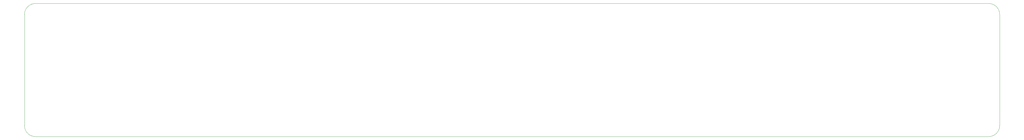
<source format=gm1>
G04 #@! TF.GenerationSoftware,KiCad,Pcbnew,(5.1.10)-1*
G04 #@! TF.CreationDate,2021-05-27T13:20:15+02:00*
G04 #@! TF.ProjectId,pcb rev1,70636220-7265-4763-912e-6b696361645f,rev?*
G04 #@! TF.SameCoordinates,Original*
G04 #@! TF.FileFunction,Profile,NP*
%FSLAX46Y46*%
G04 Gerber Fmt 4.6, Leading zero omitted, Abs format (unit mm)*
G04 Created by KiCad (PCBNEW (5.1.10)-1) date 2021-05-27 13:20:15*
%MOMM*%
%LPD*%
G01*
G04 APERTURE LIST*
G04 #@! TA.AperFunction,Profile*
%ADD10C,0.050000*%
G04 #@! TD*
G04 APERTURE END LIST*
D10*
X385310000Y-148971000D02*
G75*
G02*
X381500000Y-152781000I-3810000J0D01*
G01*
X381500000Y-106651000D02*
G75*
G02*
X385310000Y-110461000I0J-3810000D01*
G01*
X53120000Y-152781000D02*
G75*
G02*
X49310000Y-148971000I0J3810000D01*
G01*
X49310000Y-110461000D02*
G75*
G02*
X53120000Y-106651000I3810000J0D01*
G01*
X385310000Y-148971000D02*
X385310000Y-110461000D01*
X49310000Y-148971000D02*
X49310000Y-110461000D01*
X53120000Y-152781000D02*
X381500000Y-152781000D01*
X381500000Y-106651000D02*
X53120000Y-106651000D01*
M02*

</source>
